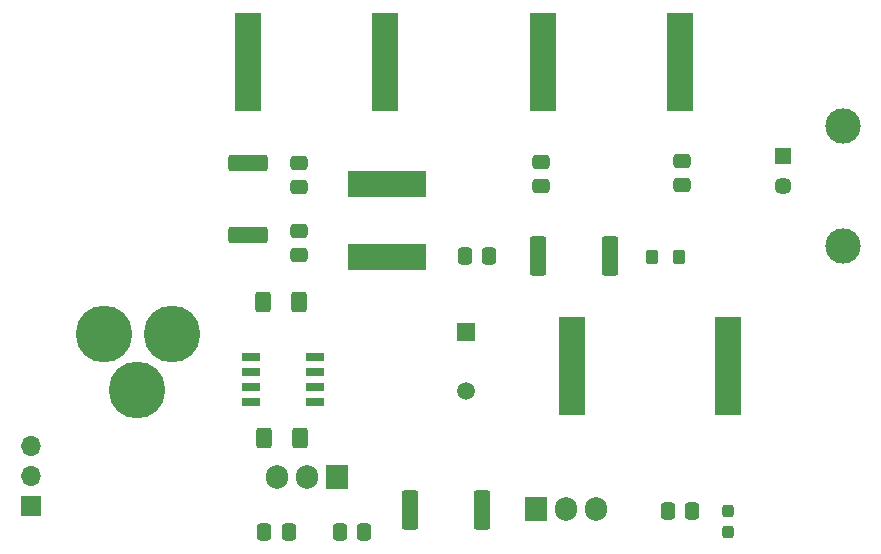
<source format=gbr>
%TF.GenerationSoftware,KiCad,Pcbnew,8.0.3-8.0.3-0~ubuntu23.10.1*%
%TF.CreationDate,2024-11-21T20:35:22-05:00*%
%TF.ProjectId,28mhz_class_e_amplifier_for_pi,32386d68-7a5f-4636-9c61-73735f655f61,alpha*%
%TF.SameCoordinates,Original*%
%TF.FileFunction,Soldermask,Top*%
%TF.FilePolarity,Negative*%
%FSLAX46Y46*%
G04 Gerber Fmt 4.6, Leading zero omitted, Abs format (unit mm)*
G04 Created by KiCad (PCBNEW 8.0.3-8.0.3-0~ubuntu23.10.1) date 2024-11-21 20:35:22*
%MOMM*%
%LPD*%
G01*
G04 APERTURE LIST*
G04 Aperture macros list*
%AMRoundRect*
0 Rectangle with rounded corners*
0 $1 Rounding radius*
0 $2 $3 $4 $5 $6 $7 $8 $9 X,Y pos of 4 corners*
0 Add a 4 corners polygon primitive as box body*
4,1,4,$2,$3,$4,$5,$6,$7,$8,$9,$2,$3,0*
0 Add four circle primitives for the rounded corners*
1,1,$1+$1,$2,$3*
1,1,$1+$1,$4,$5*
1,1,$1+$1,$6,$7*
1,1,$1+$1,$8,$9*
0 Add four rect primitives between the rounded corners*
20,1,$1+$1,$2,$3,$4,$5,0*
20,1,$1+$1,$4,$5,$6,$7,0*
20,1,$1+$1,$6,$7,$8,$9,0*
20,1,$1+$1,$8,$9,$2,$3,0*%
G04 Aperture macros list end*
%ADD10RoundRect,0.237500X-0.237500X0.300000X-0.237500X-0.300000X0.237500X-0.300000X0.237500X0.300000X0*%
%ADD11RoundRect,0.250000X-0.275000X-0.350000X0.275000X-0.350000X0.275000X0.350000X-0.275000X0.350000X0*%
%ADD12RoundRect,0.249999X-0.450001X-1.425001X0.450001X-1.425001X0.450001X1.425001X-0.450001X1.425001X0*%
%ADD13RoundRect,0.249999X0.450001X1.425001X-0.450001X1.425001X-0.450001X-1.425001X0.450001X-1.425001X0*%
%ADD14RoundRect,0.249999X1.425001X-0.450001X1.425001X0.450001X-1.425001X0.450001X-1.425001X-0.450001X0*%
%ADD15RoundRect,0.250000X-0.337500X-0.475000X0.337500X-0.475000X0.337500X0.475000X-0.337500X0.475000X0*%
%ADD16RoundRect,0.250000X0.337500X0.475000X-0.337500X0.475000X-0.337500X-0.475000X0.337500X-0.475000X0*%
%ADD17RoundRect,0.250000X-0.475000X0.337500X-0.475000X-0.337500X0.475000X-0.337500X0.475000X0.337500X0*%
%ADD18R,2.290000X8.260000*%
%ADD19C,4.800000*%
%ADD20C,3.000000*%
%ADD21C,1.446000*%
%ADD22R,1.446000X1.446000*%
%ADD23R,1.526000X0.650000*%
%ADD24O,1.905000X2.000000*%
%ADD25R,1.905000X2.000000*%
%ADD26C,1.500000*%
%ADD27R,1.500000X1.500000*%
%ADD28RoundRect,0.250000X0.400000X0.625000X-0.400000X0.625000X-0.400000X-0.625000X0.400000X-0.625000X0*%
%ADD29O,1.700000X1.700000*%
%ADD30R,1.700000X1.700000*%
%ADD31R,6.730000X2.160000*%
G04 APERTURE END LIST*
D10*
%TO.C,C2*%
X167400000Y-102312500D03*
X167400000Y-100587500D03*
%TD*%
D11*
%TO.C,L2_a1*%
X163200000Y-79050000D03*
X160900000Y-79050000D03*
%TD*%
D12*
%TO.C,R0*%
X146500000Y-100450000D03*
X140400000Y-100450000D03*
%TD*%
D13*
%TO.C,R1*%
X151250000Y-79000000D03*
X157350000Y-79000000D03*
%TD*%
D14*
%TO.C,R2*%
X126700000Y-71100000D03*
X126700000Y-77200000D03*
%TD*%
D15*
%TO.C,CS1*%
X147137500Y-79000000D03*
X145062500Y-79000000D03*
%TD*%
D16*
%TO.C,C4*%
X134487500Y-102350000D03*
X136562500Y-102350000D03*
%TD*%
%TO.C,C1*%
X162262500Y-100550000D03*
X164337500Y-100550000D03*
%TD*%
D17*
%TO.C,CL1*%
X131075000Y-78887500D03*
X131075000Y-76812500D03*
%TD*%
%TO.C,CF1*%
X131050000Y-73137500D03*
X131050000Y-71062500D03*
%TD*%
D15*
%TO.C,C3*%
X130162500Y-102350000D03*
X128087500Y-102350000D03*
%TD*%
D17*
%TO.C,CF2*%
X151500000Y-73037500D03*
X151500000Y-70962500D03*
%TD*%
%TO.C,CF3*%
X163500000Y-72987500D03*
X163500000Y-70912500D03*
%TD*%
D18*
%TO.C,LF1*%
X126720000Y-62500000D03*
X138280000Y-62500000D03*
%TD*%
%TO.C,L2_b1*%
X167355000Y-88300000D03*
X154145000Y-88300000D03*
%TD*%
D19*
%TO.C,J2*%
X117309500Y-90350000D03*
X114509500Y-85550000D03*
X120309500Y-85550000D03*
%TD*%
D20*
%TO.C,J1*%
X177080000Y-78120000D03*
X177080000Y-67960000D03*
D21*
X172000000Y-73040000D03*
D22*
X172000000Y-70500000D03*
%TD*%
D23*
%TO.C,U1*%
X132362000Y-87545000D03*
X132362000Y-88815000D03*
X132362000Y-90085000D03*
X132362000Y-91355000D03*
X126938000Y-91355000D03*
X126938000Y-90085000D03*
X126938000Y-88815000D03*
X126938000Y-87545000D03*
%TD*%
D24*
%TO.C,U2*%
X129160000Y-97655000D03*
X131700000Y-97655000D03*
D25*
X134240000Y-97655000D03*
%TD*%
D26*
%TO.C,L1*%
X145200000Y-90425000D03*
D27*
X145200000Y-85425000D03*
%TD*%
D28*
%TO.C,RI1*%
X127950000Y-82850000D03*
X131050000Y-82850000D03*
%TD*%
D18*
%TO.C,LF2*%
X151720000Y-62500000D03*
X163280000Y-62500000D03*
%TD*%
D28*
%TO.C,RF1*%
X128050000Y-94350000D03*
X131150000Y-94350000D03*
%TD*%
D24*
%TO.C,M1*%
X156180000Y-100425000D03*
D25*
X151100000Y-100425000D03*
D24*
X153640000Y-100425000D03*
%TD*%
D29*
%TO.C,J3*%
X108350000Y-95075000D03*
X108350000Y-97615000D03*
D30*
X108350000Y-100155000D03*
%TD*%
D31*
%TO.C,LI1*%
X138450000Y-79060000D03*
X138450000Y-72840000D03*
%TD*%
M02*

</source>
